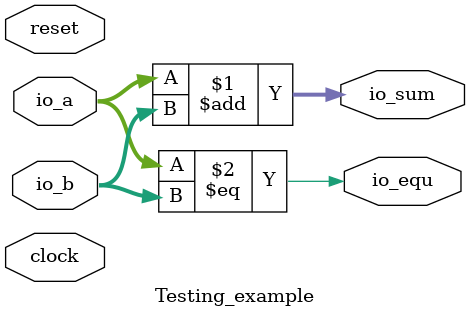
<source format=sv>
module Testing_example(
  input        clock,
               reset,
  input  [3:0] io_a,
               io_b,
  output [3:0] io_sum,
  output       io_equ
);

  assign io_sum = io_a + io_b;
  assign io_equ = io_a == io_b;
endmodule


</source>
